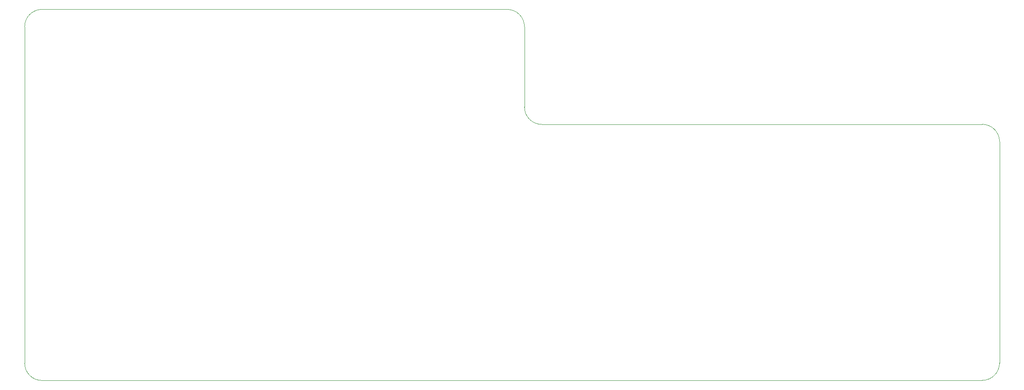
<source format=gbr>
%TF.GenerationSoftware,KiCad,Pcbnew,(6.0.7)*%
%TF.CreationDate,2023-07-12T13:06:10-04:00*%
%TF.ProjectId,Stylophone,5374796c-6f70-4686-9f6e-652e6b696361,rev?*%
%TF.SameCoordinates,Original*%
%TF.FileFunction,Profile,NP*%
%FSLAX46Y46*%
G04 Gerber Fmt 4.6, Leading zero omitted, Abs format (unit mm)*
G04 Created by KiCad (PCBNEW (6.0.7)) date 2023-07-12 13:06:10*
%MOMM*%
%LPD*%
G01*
G04 APERTURE LIST*
%TA.AperFunction,Profile*%
%ADD10C,0.100000*%
%TD*%
G04 APERTURE END LIST*
D10*
X26000000Y-85500000D02*
X120000000Y-85500000D01*
X26000000Y-85500000D02*
G75*
G03*
X22500000Y-89000000I0J-3500000D01*
G01*
X216000000Y-160480000D02*
X26000000Y-160500000D01*
X216000000Y-108720000D02*
X127000000Y-108740000D01*
X216000000Y-160480000D02*
G75*
G03*
X219500000Y-156980000I0J3500000D01*
G01*
X123500000Y-105240000D02*
G75*
G03*
X127000000Y-108740000I3500000J0D01*
G01*
X22500000Y-157000000D02*
G75*
G03*
X26000000Y-160500000I3500000J0D01*
G01*
X123500000Y-89000000D02*
X123500000Y-105240000D01*
X219500000Y-112220000D02*
G75*
G03*
X216000000Y-108720000I-3500000J0D01*
G01*
X22500000Y-89000000D02*
X22500000Y-157000000D01*
X123500000Y-89000000D02*
G75*
G03*
X120000000Y-85500000I-3500000J0D01*
G01*
X219500000Y-156980000D02*
X219500000Y-112220000D01*
M02*

</source>
